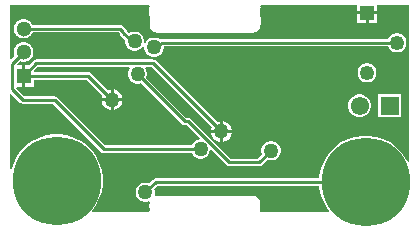
<source format=gbr>
G04*
G04 #@! TF.GenerationSoftware,Altium Limited,Altium Designer,25.3.3 (18)*
G04*
G04 Layer_Physical_Order=2*
G04 Layer_Color=16711680*
%FSLAX44Y44*%
%MOMM*%
G71*
G04*
G04 #@! TF.SameCoordinates,BFC568DA-C1B5-42DE-8167-96A376B3F609*
G04*
G04*
G04 #@! TF.FilePolarity,Positive*
G04*
G01*
G75*
%ADD13C,0.2540*%
%ADD31C,7.5000*%
%ADD32R,1.3000X1.3000*%
%ADD33C,1.3000*%
%ADD39R,1.5500X1.5500*%
%ADD40C,1.5500*%
%ADD41C,1.2500*%
%ADD42R,1.2500X1.2500*%
%ADD43C,1.2700*%
G36*
X737870Y1076212D02*
X736600Y1075907D01*
X734634Y1079766D01*
X731000Y1084768D01*
X726628Y1089140D01*
X721626Y1092774D01*
X716117Y1095580D01*
X710238Y1097491D01*
X704131Y1098458D01*
X697949D01*
X691842Y1097491D01*
X685963Y1095580D01*
X680454Y1092774D01*
X675452Y1089140D01*
X671080Y1084768D01*
X667446Y1079766D01*
X664640Y1074258D01*
X662729Y1068378D01*
X661765Y1062288D01*
X523240D01*
X522051Y1062051D01*
X521043Y1061377D01*
X517768Y1058103D01*
X517741Y1058118D01*
X515674Y1058672D01*
X513534D01*
X511467Y1058118D01*
X509613Y1057048D01*
X508100Y1055535D01*
X507030Y1053681D01*
X506476Y1051614D01*
Y1049474D01*
X507030Y1047407D01*
X508100Y1045553D01*
X509613Y1044040D01*
X511467Y1042970D01*
X513534Y1042416D01*
X515674D01*
X517234Y1042834D01*
X518232Y1042058D01*
X518336Y1041865D01*
X518187Y1041119D01*
Y1040934D01*
X518153Y1040753D01*
X518194Y1034681D01*
X517299Y1033780D01*
X469859D01*
X469516Y1035050D01*
X473014Y1039864D01*
X475820Y1045372D01*
X477731Y1051252D01*
X478698Y1057359D01*
Y1063541D01*
X477731Y1069648D01*
X475820Y1075527D01*
X473014Y1081036D01*
X469380Y1086038D01*
X465008Y1090410D01*
X460006Y1094044D01*
X454497Y1096850D01*
X448618Y1098761D01*
X442511Y1099728D01*
X436329D01*
X430222Y1098761D01*
X424342Y1096850D01*
X418834Y1094044D01*
X413832Y1090410D01*
X409460Y1086038D01*
X405826Y1081036D01*
X403020Y1075527D01*
X401320Y1070297D01*
X400050Y1070498D01*
Y1133644D01*
X401223Y1134130D01*
X408774Y1126579D01*
X409783Y1125905D01*
X410972Y1125668D01*
X436609D01*
X477355Y1084922D01*
X478363Y1084249D01*
X479552Y1084012D01*
X553758D01*
X553766Y1083983D01*
X554836Y1082129D01*
X556349Y1080616D01*
X558203Y1079546D01*
X560270Y1078992D01*
X562410D01*
X564477Y1079546D01*
X566331Y1080616D01*
X567844Y1082129D01*
X568914Y1083983D01*
X569468Y1086050D01*
Y1086228D01*
X570641Y1086714D01*
X583609Y1073746D01*
X584618Y1073073D01*
X585807Y1072836D01*
X611124D01*
X612313Y1073073D01*
X613321Y1073746D01*
X617866Y1078291D01*
X617893Y1078276D01*
X619960Y1077722D01*
X622100D01*
X624167Y1078276D01*
X626021Y1079346D01*
X627534Y1080859D01*
X628604Y1082713D01*
X629158Y1084780D01*
Y1086920D01*
X628604Y1088987D01*
X627534Y1090841D01*
X626021Y1092354D01*
X624167Y1093424D01*
X622100Y1093978D01*
X619960D01*
X617893Y1093424D01*
X616039Y1092354D01*
X614526Y1090841D01*
X613456Y1088987D01*
X612902Y1086920D01*
Y1084780D01*
X613456Y1082713D01*
X613471Y1082686D01*
X609837Y1079052D01*
X587094D01*
X553342Y1112804D01*
X552333Y1113478D01*
X551144Y1113714D01*
X549301D01*
X515559Y1147456D01*
X515574Y1147483D01*
X516128Y1149550D01*
Y1151690D01*
X515574Y1153757D01*
X514504Y1155611D01*
X514378Y1155737D01*
X514864Y1156910D01*
X519808D01*
X570913Y1105805D01*
X570745Y1105515D01*
X570166Y1103353D01*
X577760D01*
Y1110946D01*
X575598Y1110367D01*
X575308Y1110200D01*
X523292Y1162215D01*
X522284Y1162889D01*
X521095Y1163126D01*
X422325D01*
X421136Y1162889D01*
X420128Y1162215D01*
X416125Y1158213D01*
X412750D01*
Y1149173D01*
Y1140133D01*
X420520D01*
Y1146065D01*
X464980D01*
X478293Y1132752D01*
X478126Y1132461D01*
X477547Y1130300D01*
X485140D01*
Y1137893D01*
X482979Y1137314D01*
X482688Y1137147D01*
X468465Y1151370D01*
X467457Y1152044D01*
X466267Y1152280D01*
X420520D01*
Y1153818D01*
X423613Y1156910D01*
X501136D01*
X501622Y1155737D01*
X501496Y1155611D01*
X500426Y1153757D01*
X499872Y1151690D01*
Y1149550D01*
X500426Y1147483D01*
X501496Y1145629D01*
X503009Y1144116D01*
X504863Y1143046D01*
X506930Y1142492D01*
X509070D01*
X511137Y1143046D01*
X511164Y1143061D01*
X545816Y1108409D01*
X546824Y1107736D01*
X548013Y1107499D01*
X549857D01*
X560934Y1096421D01*
X560448Y1095248D01*
X560270D01*
X558203Y1094694D01*
X556349Y1093624D01*
X554836Y1092111D01*
X553766Y1090257D01*
X553758Y1090228D01*
X480839D01*
X440093Y1130974D01*
X439085Y1131647D01*
X437896Y1131884D01*
X412259D01*
X405280Y1138863D01*
X405768Y1140133D01*
X410210D01*
Y1149173D01*
Y1158213D01*
X406711D01*
X406185Y1159483D01*
X408206Y1161504D01*
X408285Y1161459D01*
X410390Y1160895D01*
X412570D01*
X414675Y1161459D01*
X416563Y1162549D01*
X418104Y1164090D01*
X419194Y1165977D01*
X419758Y1168083D01*
Y1170263D01*
X419194Y1172368D01*
X418104Y1174256D01*
X416563Y1175797D01*
X414675Y1176887D01*
X412570Y1177451D01*
X410390D01*
X408285Y1176887D01*
X406397Y1175797D01*
X404856Y1174256D01*
X403766Y1172368D01*
X403202Y1170263D01*
Y1168083D01*
X403766Y1165977D01*
X403811Y1165899D01*
X401223Y1163311D01*
X400050Y1163797D01*
Y1209040D01*
X517495D01*
X518301Y1208058D01*
X518187Y1207489D01*
Y1207304D01*
X518153Y1207123D01*
X518249Y1193031D01*
X518187Y1192884D01*
Y1192705D01*
X518153Y1192530D01*
X518187Y1192355D01*
Y1192176D01*
X518582Y1190194D01*
X518852Y1189541D01*
X519975Y1187860D01*
X520475Y1187360D01*
X522156Y1186237D01*
X522809Y1185967D01*
X524791Y1185573D01*
X524970D01*
X525145Y1185538D01*
X525320Y1185573D01*
X525499D01*
X525655Y1185637D01*
X604645D01*
X604801Y1185573D01*
X604980D01*
X605155Y1185538D01*
X605330Y1185573D01*
X605509D01*
X607491Y1185967D01*
X608144Y1186237D01*
X609825Y1187360D01*
X610325Y1187860D01*
X611448Y1189541D01*
X611718Y1190194D01*
X612113Y1192176D01*
Y1192361D01*
X612147Y1192542D01*
X612051Y1206634D01*
X612113Y1206781D01*
Y1206960D01*
X612147Y1207135D01*
X612113Y1207310D01*
Y1207489D01*
X611999Y1208058D01*
X612805Y1209040D01*
X693520D01*
Y1203960D01*
X702310D01*
X711100D01*
Y1209040D01*
X737870D01*
Y1076212D01*
D02*
G37*
G36*
X662729Y1049982D02*
X664640Y1044102D01*
X667446Y1038594D01*
X670122Y1034912D01*
X669545Y1033780D01*
X612095D01*
X612051Y1040264D01*
X612113Y1040411D01*
Y1040590D01*
X612147Y1040765D01*
X612113Y1040940D01*
Y1041119D01*
X611718Y1043101D01*
X611448Y1043754D01*
X610325Y1045435D01*
X609825Y1045935D01*
X608144Y1047058D01*
X607491Y1047328D01*
X605509Y1047722D01*
X605329D01*
X605153Y1047757D01*
X525653Y1047658D01*
X525499Y1047722D01*
X525320D01*
X525145Y1047757D01*
X524970Y1047722D01*
X524791D01*
X523509Y1047467D01*
X522475Y1048516D01*
X522732Y1049474D01*
Y1051614D01*
X522178Y1053681D01*
X522163Y1053708D01*
X524527Y1056072D01*
X661765D01*
X662729Y1049982D01*
D02*
G37*
%LPC*%
G36*
X711100Y1201420D02*
X703580D01*
Y1193900D01*
X711100D01*
Y1201420D01*
D02*
G37*
G36*
X701040D02*
X693520D01*
Y1193900D01*
X701040D01*
Y1201420D01*
D02*
G37*
G36*
X412570Y1197451D02*
X410390D01*
X408285Y1196887D01*
X406397Y1195797D01*
X404856Y1194255D01*
X403766Y1192368D01*
X403202Y1190262D01*
Y1188083D01*
X403766Y1185977D01*
X404856Y1184090D01*
X406397Y1182549D01*
X408285Y1181459D01*
X410390Y1180895D01*
X412570D01*
X414675Y1181459D01*
X416563Y1182549D01*
X418104Y1184090D01*
X419194Y1185977D01*
X419217Y1186065D01*
X492290D01*
X493013Y1185342D01*
X493243Y1184189D01*
X493916Y1183181D01*
X497361Y1179737D01*
X497332Y1179630D01*
Y1177490D01*
X497886Y1175423D01*
X498956Y1173569D01*
X500469Y1172056D01*
X502323Y1170986D01*
X504390Y1170432D01*
X506530D01*
X508597Y1170986D01*
X510451Y1172056D01*
X511964Y1173569D01*
X512635Y1174731D01*
X512949Y1174684D01*
X513842Y1174282D01*
Y1172410D01*
X514396Y1170343D01*
X515466Y1168489D01*
X516979Y1166976D01*
X518833Y1165906D01*
X520900Y1165352D01*
X523040D01*
X525107Y1165906D01*
X526961Y1166976D01*
X528474Y1168489D01*
X529544Y1170343D01*
X530098Y1172410D01*
Y1174182D01*
X720234D01*
X721286Y1172361D01*
X722781Y1170866D01*
X724611Y1169809D01*
X726653Y1169262D01*
X728767D01*
X730809Y1169809D01*
X732639Y1170866D01*
X734134Y1172361D01*
X735191Y1174191D01*
X735738Y1176233D01*
Y1178347D01*
X735191Y1180389D01*
X734134Y1182219D01*
X732639Y1183714D01*
X730809Y1184771D01*
X728767Y1185318D01*
X726653D01*
X724611Y1184771D01*
X722781Y1183714D01*
X721286Y1182219D01*
X720234Y1180398D01*
X528529D01*
X527340Y1180161D01*
X527006Y1179938D01*
X526961Y1179984D01*
X525107Y1181054D01*
X523040Y1181608D01*
X520900D01*
X518833Y1181054D01*
X516979Y1179984D01*
X515466Y1178471D01*
X514795Y1177309D01*
X514481Y1177356D01*
X513588Y1177758D01*
Y1179630D01*
X513034Y1181697D01*
X511964Y1183551D01*
X510451Y1185064D01*
X508597Y1186134D01*
X506530Y1186688D01*
X504390D01*
X502323Y1186134D01*
X500694Y1185194D01*
X499214Y1186673D01*
X498985Y1187825D01*
X498311Y1188834D01*
X495775Y1191370D01*
X494767Y1192044D01*
X493577Y1192280D01*
X419217D01*
X419194Y1192368D01*
X418104Y1194255D01*
X416563Y1195797D01*
X414675Y1196887D01*
X412570Y1197451D01*
D02*
G37*
G36*
X703367Y1159918D02*
X701253D01*
X699211Y1159371D01*
X697381Y1158314D01*
X695886Y1156819D01*
X694829Y1154989D01*
X694282Y1152947D01*
Y1150833D01*
X694829Y1148791D01*
X695886Y1146961D01*
X697381Y1145466D01*
X699211Y1144409D01*
X701253Y1143862D01*
X703367D01*
X705409Y1144409D01*
X707239Y1145466D01*
X708734Y1146961D01*
X709791Y1148791D01*
X710338Y1150833D01*
Y1152947D01*
X709791Y1154989D01*
X708734Y1156819D01*
X707239Y1158314D01*
X705409Y1159371D01*
X703367Y1159918D01*
D02*
G37*
G36*
X487680Y1137893D02*
Y1130300D01*
X495273D01*
X494694Y1132461D01*
X493524Y1134489D01*
X491869Y1136144D01*
X489841Y1137314D01*
X487680Y1137893D01*
D02*
G37*
G36*
X495273Y1127760D02*
X487680D01*
Y1120167D01*
X489841Y1120746D01*
X491869Y1121916D01*
X493524Y1123571D01*
X494694Y1125599D01*
X495273Y1127760D01*
D02*
G37*
G36*
X485140D02*
X477547D01*
X478126Y1125599D01*
X479296Y1123571D01*
X480951Y1121916D01*
X482979Y1120746D01*
X485140Y1120167D01*
Y1127760D01*
D02*
G37*
G36*
X730888Y1133478D02*
X711832D01*
Y1114422D01*
X730888D01*
Y1133478D01*
D02*
G37*
G36*
X697214D02*
X694706D01*
X692282Y1132829D01*
X690110Y1131574D01*
X688336Y1129800D01*
X687081Y1127628D01*
X686432Y1125204D01*
Y1122696D01*
X687081Y1120272D01*
X688336Y1118100D01*
X690110Y1116326D01*
X692282Y1115071D01*
X694706Y1114422D01*
X697214D01*
X699638Y1115071D01*
X701810Y1116326D01*
X703584Y1118100D01*
X704839Y1120272D01*
X705488Y1122696D01*
Y1125204D01*
X704839Y1127628D01*
X703584Y1129800D01*
X701810Y1131574D01*
X699638Y1132829D01*
X697214Y1133478D01*
D02*
G37*
G36*
X580300Y1110946D02*
Y1103353D01*
X587893D01*
X587314Y1105515D01*
X586143Y1107542D01*
X584488Y1109197D01*
X582461Y1110367D01*
X580300Y1110946D01*
D02*
G37*
G36*
X587893Y1100813D02*
X580300D01*
Y1093220D01*
X582461Y1093799D01*
X584488Y1094969D01*
X586143Y1096625D01*
X587314Y1098652D01*
X587893Y1100813D01*
D02*
G37*
G36*
X577760D02*
X570166D01*
X570745Y1098652D01*
X571916Y1096625D01*
X573571Y1094969D01*
X575598Y1093799D01*
X577760Y1093220D01*
Y1100813D01*
D02*
G37*
%LPD*%
D13*
X411480Y1149173D02*
X466267D01*
X486410Y1129030D01*
X502932Y1178560D02*
X505460D01*
X496114Y1185378D02*
Y1186636D01*
Y1185378D02*
X502932Y1178560D01*
X493577Y1189173D02*
X496114Y1186636D01*
X411480Y1189173D02*
X493577D01*
X521970Y1173480D02*
X524719D01*
X528529Y1177290D01*
X727710D01*
X585807Y1075944D02*
X611124D01*
X621030Y1085850D01*
X508000Y1150620D02*
X548013Y1110607D01*
X411480Y1149173D02*
X422325Y1160018D01*
X521095D02*
X579030Y1102083D01*
X422325Y1160018D02*
X521095D01*
X548013Y1110607D02*
X551144D01*
X585807Y1075944D01*
X479552Y1087120D02*
X561340D01*
X437896Y1128776D02*
X479552Y1087120D01*
X514604Y1050544D02*
X523240Y1059180D01*
X701040D01*
X410972Y1128776D02*
X437896D01*
X401828Y1137920D02*
X410972Y1128776D01*
X401828Y1137920D02*
Y1159521D01*
X411480Y1169173D01*
D31*
X701040Y1059180D02*
D03*
X439420Y1060450D02*
D03*
D32*
X411480Y1149173D02*
D03*
D33*
Y1169173D02*
D03*
Y1189173D02*
D03*
D39*
X721360Y1123950D02*
D03*
D40*
X695960D02*
D03*
D41*
X702310Y1151890D02*
D03*
X727710Y1177290D02*
D03*
D42*
X702310Y1202690D02*
D03*
D43*
X486410Y1129030D02*
D03*
X505460Y1178560D02*
D03*
X521970Y1173480D02*
D03*
X621030Y1085850D02*
D03*
X508000Y1150620D02*
D03*
X561340Y1087120D02*
D03*
X579030Y1102083D02*
D03*
X514604Y1050544D02*
D03*
M02*

</source>
